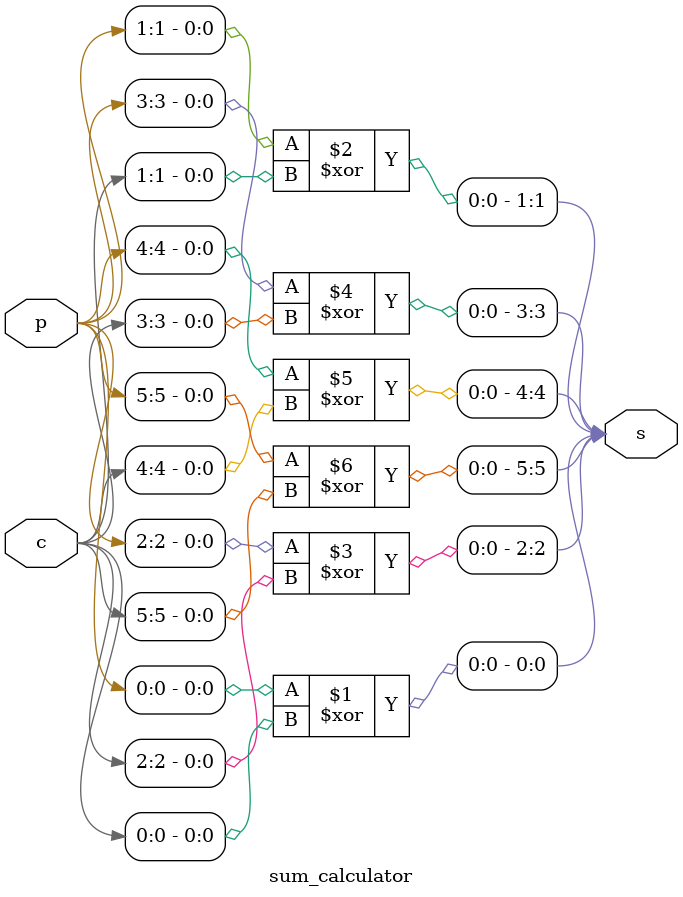
<source format=sv>
module alias_add(
  input [5:0] primary,
  input [5:0] secondary,
  output [6:0] aggregate
);

  // Internal signals
  wire [5:0] operand_A;
  wire [5:0] operand_B;
  wire [5:0] p;  // Propagate signals
  wire [5:0] g;  // Generate signals
  wire [5:0] c;  // Carry signals
  wire [5:0] s;  // Sum signals
  
  // Input processing submodule
  input_processor u_input_processor(
    .primary(primary),
    .secondary(secondary),
    .operand_A(operand_A),
    .operand_B(operand_B)
  );

  // Propagate and generate signals submodule
  pg_generator u_pg_generator(
    .operand_A(operand_A),
    .operand_B(operand_B),
    .p(p),
    .g(g)
  );

  // Carry chain submodule
  carry_chain u_carry_chain(
    .p(p),
    .g(g),
    .c(c)
  );

  // Sum calculation submodule
  sum_calculator u_sum_calculator(
    .p(p),
    .c(c),
    .s(s)
  );

  // Final sum with carry out
  assign aggregate = {c[5], s};

endmodule

// Input processing submodule
module input_processor(
  input [5:0] primary,
  input [5:0] secondary,
  output [5:0] operand_A,
  output [5:0] operand_B
);
  assign operand_A = primary;
  assign operand_B = secondary;
endmodule

// Propagate and generate signals submodule
module pg_generator(
  input [5:0] operand_A,
  input [5:0] operand_B,
  output [5:0] p,
  output [5:0] g
);
  genvar i;
  generate
    for(i=0; i<6; i=i+1) begin: gen_prop
      assign p[i] = operand_A[i] ^ operand_B[i];
      assign g[i] = operand_A[i] & operand_B[i];
    end
  endgenerate
endmodule

// Carry chain submodule
module carry_chain(
  input [5:0] p,
  input [5:0] g,
  output [5:0] c
);
  assign c[0] = 1'b0;
  assign c[1] = g[0] | (p[0] & c[0]);
  assign c[2] = g[1] | (p[1] & g[0]) | (p[1] & p[0] & c[0]);
  assign c[3] = g[2] | (p[2] & g[1]) | (p[2] & p[1] & g[0]) | (p[2] & p[1] & p[0] & c[0]);
  assign c[4] = g[3] | (p[3] & g[2]) | (p[3] & p[2] & g[1]) | (p[3] & p[2] & p[1] & g[0]) | (p[3] & p[2] & p[1] & p[0] & c[0]);
  assign c[5] = g[4] | (p[4] & g[3]) | (p[4] & p[3] & g[2]) | (p[4] & p[3] & p[2] & g[1]) | (p[4] & p[3] & p[2] & p[1] & g[0]) | (p[4] & p[3] & p[2] & p[1] & p[0] & c[0]);
endmodule

// Sum calculation submodule
module sum_calculator(
  input [5:0] p,
  input [5:0] c,
  output [5:0] s
);
  assign s[0] = p[0] ^ c[0];
  assign s[1] = p[1] ^ c[1];
  assign s[2] = p[2] ^ c[2];
  assign s[3] = p[3] ^ c[3];
  assign s[4] = p[4] ^ c[4];
  assign s[5] = p[5] ^ c[5];
endmodule
</source>
